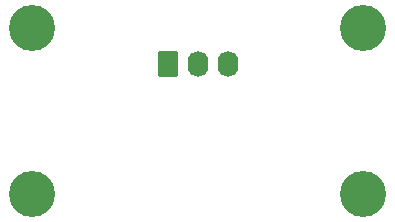
<source format=gbs>
G04 #@! TF.GenerationSoftware,KiCad,Pcbnew,6.0.2+dfsg-1*
G04 #@! TF.CreationDate,2022-12-16T18:51:45-08:00*
G04 #@! TF.ProjectId,mag_sensor,6d61675f-7365-46e7-936f-722e6b696361,rev?*
G04 #@! TF.SameCoordinates,Original*
G04 #@! TF.FileFunction,Soldermask,Bot*
G04 #@! TF.FilePolarity,Negative*
%FSLAX46Y46*%
G04 Gerber Fmt 4.6, Leading zero omitted, Abs format (unit mm)*
G04 Created by KiCad (PCBNEW 6.0.2+dfsg-1) date 2022-12-16 18:51:45*
%MOMM*%
%LPD*%
G01*
G04 APERTURE LIST*
G04 Aperture macros list*
%AMRoundRect*
0 Rectangle with rounded corners*
0 $1 Rounding radius*
0 $2 $3 $4 $5 $6 $7 $8 $9 X,Y pos of 4 corners*
0 Add a 4 corners polygon primitive as box body*
4,1,4,$2,$3,$4,$5,$6,$7,$8,$9,$2,$3,0*
0 Add four circle primitives for the rounded corners*
1,1,$1+$1,$2,$3*
1,1,$1+$1,$4,$5*
1,1,$1+$1,$6,$7*
1,1,$1+$1,$8,$9*
0 Add four rect primitives between the rounded corners*
20,1,$1+$1,$2,$3,$4,$5,0*
20,1,$1+$1,$4,$5,$6,$7,0*
20,1,$1+$1,$6,$7,$8,$9,0*
20,1,$1+$1,$8,$9,$2,$3,0*%
G04 Aperture macros list end*
%ADD10C,3.900000*%
%ADD11RoundRect,0.250000X-0.620000X-0.845000X0.620000X-0.845000X0.620000X0.845000X-0.620000X0.845000X0*%
%ADD12O,1.740000X2.190000*%
G04 APERTURE END LIST*
D10*
X136000000Y-93000000D03*
X164000000Y-93000000D03*
X136000000Y-107000000D03*
X164000000Y-107000000D03*
D11*
X147500000Y-96000000D03*
D12*
X150040000Y-96000000D03*
X152580000Y-96000000D03*
M02*

</source>
